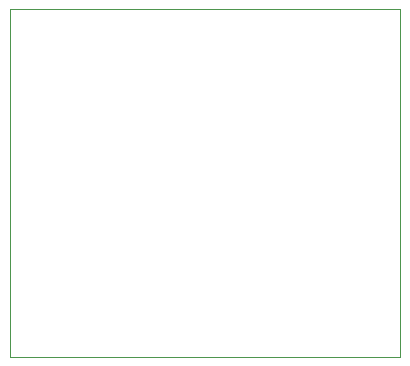
<source format=gbr>
%TF.GenerationSoftware,KiCad,Pcbnew,8.0.3-8.0.3-0~ubuntu22.04.1*%
%TF.CreationDate,2024-07-16T20:39:52+09:00*%
%TF.ProjectId,PCA9685_ver3,50434139-3638-4355-9f76-6572332e6b69,rev?*%
%TF.SameCoordinates,Original*%
%TF.FileFunction,Profile,NP*%
%FSLAX46Y46*%
G04 Gerber Fmt 4.6, Leading zero omitted, Abs format (unit mm)*
G04 Created by KiCad (PCBNEW 8.0.3-8.0.3-0~ubuntu22.04.1) date 2024-07-16 20:39:52*
%MOMM*%
%LPD*%
G01*
G04 APERTURE LIST*
%TA.AperFunction,Profile*%
%ADD10C,0.050000*%
%TD*%
G04 APERTURE END LIST*
D10*
X131250000Y-63000000D02*
X164250000Y-63000000D01*
X164250000Y-92500000D01*
X131250000Y-92500000D01*
X131250000Y-63000000D01*
M02*

</source>
